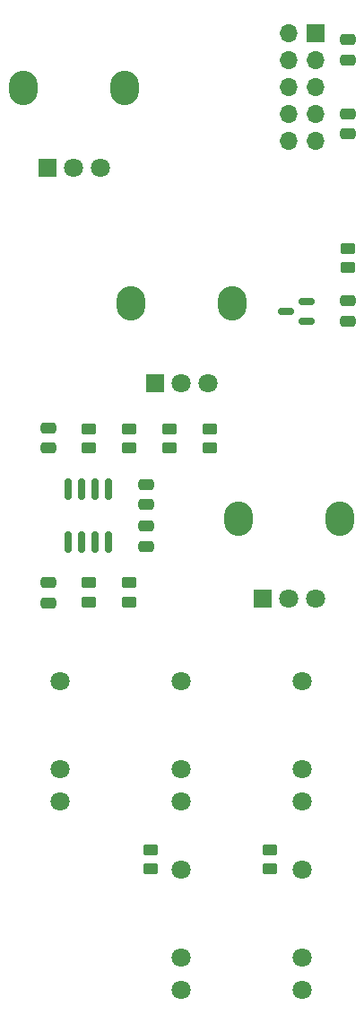
<source format=gbs>
G04 #@! TF.GenerationSoftware,KiCad,Pcbnew,6.0.0-d3dd2cf0fa~116~ubuntu20.04.1*
G04 #@! TF.CreationDate,2022-01-02T10:52:25-05:00*
G04 #@! TF.ProjectId,basic_mixer,62617369-635f-46d6-9978-65722e6b6963,0*
G04 #@! TF.SameCoordinates,Original*
G04 #@! TF.FileFunction,Soldermask,Bot*
G04 #@! TF.FilePolarity,Negative*
%FSLAX46Y46*%
G04 Gerber Fmt 4.6, Leading zero omitted, Abs format (unit mm)*
G04 Created by KiCad (PCBNEW 6.0.0-d3dd2cf0fa~116~ubuntu20.04.1) date 2022-01-02 10:52:25*
%MOMM*%
%LPD*%
G01*
G04 APERTURE LIST*
G04 Aperture macros list*
%AMRoundRect*
0 Rectangle with rounded corners*
0 $1 Rounding radius*
0 $2 $3 $4 $5 $6 $7 $8 $9 X,Y pos of 4 corners*
0 Add a 4 corners polygon primitive as box body*
4,1,4,$2,$3,$4,$5,$6,$7,$8,$9,$2,$3,0*
0 Add four circle primitives for the rounded corners*
1,1,$1+$1,$2,$3*
1,1,$1+$1,$4,$5*
1,1,$1+$1,$6,$7*
1,1,$1+$1,$8,$9*
0 Add four rect primitives between the rounded corners*
20,1,$1+$1,$2,$3,$4,$5,0*
20,1,$1+$1,$4,$5,$6,$7,0*
20,1,$1+$1,$6,$7,$8,$9,0*
20,1,$1+$1,$8,$9,$2,$3,0*%
G04 Aperture macros list end*
%ADD10C,1.800000*%
%ADD11O,2.720000X3.240000*%
%ADD12R,1.800000X1.800000*%
%ADD13RoundRect,0.250000X-0.475000X0.250000X-0.475000X-0.250000X0.475000X-0.250000X0.475000X0.250000X0*%
%ADD14RoundRect,0.250000X0.475000X-0.250000X0.475000X0.250000X-0.475000X0.250000X-0.475000X-0.250000X0*%
%ADD15RoundRect,0.250000X0.450000X-0.262500X0.450000X0.262500X-0.450000X0.262500X-0.450000X-0.262500X0*%
%ADD16RoundRect,0.250000X-0.450000X0.262500X-0.450000X-0.262500X0.450000X-0.262500X0.450000X0.262500X0*%
%ADD17RoundRect,0.150000X-0.150000X0.825000X-0.150000X-0.825000X0.150000X-0.825000X0.150000X0.825000X0*%
%ADD18R,1.700000X1.700000*%
%ADD19O,1.700000X1.700000*%
%ADD20RoundRect,0.150000X0.587500X0.150000X-0.587500X0.150000X-0.587500X-0.150000X0.587500X-0.150000X0*%
G04 APERTURE END LIST*
D10*
X144780000Y-116970000D03*
X144780000Y-113870000D03*
X144780000Y-105570000D03*
X133350000Y-134750000D03*
X133350000Y-131650000D03*
X133350000Y-123350000D03*
D11*
X128550000Y-69970000D03*
X138150000Y-69970000D03*
D12*
X130850000Y-77470000D03*
D10*
X133350000Y-77470000D03*
X135850000Y-77470000D03*
X121920000Y-116970000D03*
X121920000Y-113870000D03*
X121920000Y-105570000D03*
X133350000Y-116970000D03*
X133350000Y-113870000D03*
X133350000Y-105570000D03*
D11*
X148310000Y-90290000D03*
X138710000Y-90290000D03*
D12*
X141010000Y-97790000D03*
D10*
X143510000Y-97790000D03*
X146010000Y-97790000D03*
X144780000Y-134750000D03*
X144780000Y-131650000D03*
X144780000Y-123350000D03*
D11*
X118390000Y-49650000D03*
X127990000Y-49650000D03*
D12*
X120690000Y-57150000D03*
D10*
X123190000Y-57150000D03*
X125690000Y-57150000D03*
D13*
X130048000Y-90998000D03*
X130048000Y-92898000D03*
D14*
X120777000Y-83632000D03*
X120777000Y-81732000D03*
D15*
X128397000Y-98157000D03*
X128397000Y-96332000D03*
D13*
X130048000Y-87061000D03*
X130048000Y-88961000D03*
D16*
X141732000Y-121492000D03*
X141732000Y-123317000D03*
D13*
X149098000Y-69751500D03*
X149098000Y-71651500D03*
D15*
X124587000Y-83632000D03*
X124587000Y-81807000D03*
D17*
X122682000Y-87507000D03*
X123952000Y-87507000D03*
X125222000Y-87507000D03*
X126492000Y-87507000D03*
X126492000Y-92457000D03*
X125222000Y-92457000D03*
X123952000Y-92457000D03*
X122682000Y-92457000D03*
D16*
X128397000Y-81807000D03*
X128397000Y-83632000D03*
D18*
X146050000Y-44450000D03*
D19*
X143510000Y-44450000D03*
X146050000Y-46990000D03*
X143510000Y-46990000D03*
X146050000Y-49530000D03*
X143510000Y-49530000D03*
X146050000Y-52070000D03*
X143510000Y-52070000D03*
X146050000Y-54610000D03*
X143510000Y-54610000D03*
D13*
X120777000Y-96332000D03*
X120777000Y-98232000D03*
D16*
X124587000Y-96332000D03*
X124587000Y-98157000D03*
X149098000Y-64770000D03*
X149098000Y-66595000D03*
D20*
X145131000Y-69789000D03*
X145131000Y-71689000D03*
X143256000Y-70739000D03*
D13*
X149098000Y-52075000D03*
X149098000Y-53975000D03*
D16*
X130429000Y-121492000D03*
X130429000Y-123317000D03*
X132207000Y-81807000D03*
X132207000Y-83632000D03*
D13*
X149098000Y-45085000D03*
X149098000Y-46985000D03*
D16*
X136017000Y-81807000D03*
X136017000Y-83632000D03*
M02*

</source>
